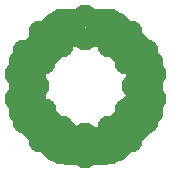
<source format=gbr>
%TF.GenerationSoftware,KiCad,Pcbnew,6.0.4-6f826c9f35~116~ubuntu18.04.1*%
%TF.CreationDate,2022-04-24T23:11:09+03:00*%
%TF.ProjectId,free_dry_electrodes_12_18,66726565-5f64-4727-995f-656c65637472,rev?*%
%TF.SameCoordinates,Original*%
%TF.FileFunction,Copper,L2,Bot*%
%TF.FilePolarity,Positive*%
%FSLAX46Y46*%
G04 Gerber Fmt 4.6, Leading zero omitted, Abs format (unit mm)*
G04 Created by KiCad (PCBNEW 6.0.4-6f826c9f35~116~ubuntu18.04.1) date 2022-04-24 23:11:09*
%MOMM*%
%LPD*%
G01*
G04 APERTURE LIST*
%TA.AperFunction,ComponentPad*%
%ADD10O,1.950000X1.950000*%
%TD*%
%TA.AperFunction,Conductor*%
%ADD11C,1.250000*%
%TD*%
G04 APERTURE END LIST*
D10*
%TO.P,REF5,1,Pin_1*%
%TO.N,Net-(REF26-Pad1)*%
X5910000Y1040000D03*
%TD*%
%TO.P,REF11,1,Pin_1*%
%TO.N,Net-(REF26-Pad1)*%
X-2050000Y-5630000D03*
%TD*%
%TO.P,REF21,1,Pin_1*%
%TO.N,Net-(REF26-Pad1)*%
X3460000Y2000000D03*
%TD*%
%TO.P,REF9,1,Pin_1*%
%TO.N,Net-(REF26-Pad1)*%
X2050000Y-5640000D03*
%TD*%
%TO.P,REF24,1,Pin_1*%
%TO.N,Net-(REF26-Pad1)*%
X2000000Y-3460000D03*
%TD*%
%TO.P,REF4,1,Pin_1*%
%TO.N,Net-(REF26-Pad1)*%
X5190000Y3000000D03*
%TD*%
%TO.P,REF3,1,Pin_1*%
%TO.N,Net-(REF26-Pad1)*%
X3860000Y4600000D03*
%TD*%
%TO.P,REF29,1,Pin_1*%
%TO.N,Net-(REF26-Pad1)*%
X-3470000Y2000000D03*
%TD*%
%TO.P,REF26,1,Pin_1*%
%TO.N,Net-(REF26-Pad1)*%
X-2000000Y-3460000D03*
%TD*%
%TO.P,REF2,1,Pin_1*%
%TO.N,Net-(REF26-Pad1)*%
X2050000Y5640000D03*
%TD*%
%TO.P,REF30,1,Pin_1*%
%TO.N,Net-(REF26-Pad1)*%
X-2000000Y3470000D03*
%TD*%
%TO.P,REF17,1,Pin_1*%
%TO.N,Net-(REF26-Pad1)*%
X-3860000Y4600000D03*
%TD*%
%TO.P,REF13,1,Pin_1*%
%TO.N,Net-(REF26-Pad1)*%
X-5200000Y-3000000D03*
%TD*%
%TO.P,REF12,1,Pin_1*%
%TO.N,Net-(REF26-Pad1)*%
X-3850000Y-4590000D03*
%TD*%
%TO.P,REF1,1,Pin_1*%
%TO.N,Net-(REF26-Pad1)*%
X0Y6000000D03*
%TD*%
%TO.P,REF7,1,Pin_1*%
%TO.N,Net-(REF26-Pad1)*%
X5200000Y-3000000D03*
%TD*%
%TO.P,REF16,1,Pin_1*%
%TO.N,Net-(REF26-Pad1)*%
X-5200000Y3000000D03*
%TD*%
%TO.P,REF10,1,Pin_1*%
%TO.N,Net-(REF26-Pad1)*%
X0Y-6000000D03*
%TD*%
%TO.P,REF23,1,Pin_1*%
%TO.N,Net-(REF26-Pad1)*%
X3460000Y-2000000D03*
%TD*%
%TO.P,REF22,1,Pin_1*%
%TO.N,Net-(REF26-Pad1)*%
X4000000Y0D03*
%TD*%
%TO.P,REF25,1,Pin_1*%
%TO.N,Net-(REF26-Pad1)*%
X0Y-4000000D03*
%TD*%
%TO.P,REF28,1,Pin_1*%
%TO.N,Net-(REF26-Pad1)*%
X-4000000Y0D03*
%TD*%
%TO.P,REF27,1,Pin_1*%
%TO.N,Net-(REF26-Pad1)*%
X-3460000Y-2000000D03*
%TD*%
%TO.P,REF14,1,Pin_1*%
%TO.N,Net-(REF26-Pad1)*%
X-5910000Y-1040000D03*
%TD*%
%TO.P,REF19,1,Pin_1*%
%TO.N,Net-(REF26-Pad1)*%
X0Y4000000D03*
%TD*%
%TO.P,REF15,1,Pin_1*%
%TO.N,Net-(REF26-Pad1)*%
X-5910000Y1040000D03*
%TD*%
%TO.P,REF18,1,Pin_1*%
%TO.N,Net-(REF26-Pad1)*%
X-2050000Y5640000D03*
%TD*%
%TO.P,REF20,1,Pin_1*%
%TO.N,Net-(REF26-Pad1)*%
X2000000Y3460000D03*
%TD*%
%TO.P,REF6,1,Pin_1*%
%TO.N,Net-(REF26-Pad1)*%
X5910000Y-1050000D03*
%TD*%
%TO.P,REF8,1,Pin_1*%
%TO.N,Net-(REF26-Pad1)*%
X3850000Y-4600000D03*
%TD*%
D11*
%TO.N,Net-(REF26-Pad1)*%
X4740000Y-3460000D02*
X5200000Y-3000000D01*
X-3860000Y4600000D02*
X-3860000Y4340000D01*
X2820000Y5640000D02*
X3860000Y4600000D01*
X-5910000Y1040000D02*
X-5910000Y2290000D01*
X2000000Y3460000D02*
X2000000Y5590000D01*
X1690000Y6000000D02*
X2050000Y5640000D01*
X-5200000Y-3240000D02*
X-3850000Y-4590000D01*
X-4000000Y1470000D02*
X-3470000Y2000000D01*
X3460000Y-2000000D02*
X3460000Y-1540000D01*
X-3470000Y2000000D02*
X-4950000Y2000000D01*
X5190000Y3000000D02*
X2460000Y3000000D01*
X-4200000Y-2000000D02*
X-5200000Y-3000000D01*
X-2050000Y3520000D02*
X-2000000Y3470000D01*
X0Y6000000D02*
X1690000Y6000000D01*
X2050000Y-5640000D02*
X1640000Y-5640000D01*
X0Y-5460000D02*
X2000000Y-3460000D01*
X-5200000Y-3000000D02*
X-5200000Y-3240000D01*
X5910000Y-1050000D02*
X5910000Y-2290000D01*
X-5910000Y1040000D02*
X-5910000Y-1040000D01*
X-2820000Y5640000D02*
X-3860000Y4600000D01*
X-3460000Y-2000000D02*
X-2000000Y-3460000D01*
X-4435000Y-1025000D02*
X-4435000Y1035000D01*
X-1470000Y4000000D02*
X-2000000Y3470000D01*
X-3860000Y4340000D02*
X-5200000Y3000000D01*
X2000000Y-5590000D02*
X2050000Y-5640000D01*
X3460000Y2000000D02*
X4950000Y2000000D01*
X2810000Y-5640000D02*
X3850000Y-4600000D01*
X4860000Y0D02*
X5910000Y-1050000D01*
X-5200000Y-1200000D02*
X-4000000Y0D01*
X3460000Y-4210000D02*
X3850000Y-4600000D01*
X0Y-6000000D02*
X-1680000Y-6000000D01*
X5200000Y-3250000D02*
X3850000Y-4600000D01*
X5190000Y3000000D02*
X5190000Y1190000D01*
X-5040000Y1040000D02*
X-4000000Y0D01*
X3460000Y-1540000D02*
X4000000Y-1000000D01*
X3460000Y-2000000D02*
X4960000Y-2000000D01*
X1640000Y-5640000D02*
X0Y-4000000D01*
X2000000Y5590000D02*
X2050000Y5640000D01*
X5200000Y-3000000D02*
X5200000Y-1200000D01*
X-5910000Y-1040000D02*
X-4420000Y-1040000D01*
X3850000Y-4600000D02*
X3140000Y-4600000D01*
X-2460000Y-3000000D02*
X-2000000Y-3460000D01*
X-2050000Y5640000D02*
X-1640000Y5640000D01*
X2000000Y3460000D02*
X2000000Y4000000D01*
X4000000Y1460000D02*
X3460000Y2000000D01*
X4000000Y0D02*
X4860000Y0D01*
X-5910000Y2290000D02*
X-5200000Y3000000D01*
X-2000000Y3470000D02*
X-2000000Y4000000D01*
X-4000000Y1470000D02*
X-2000000Y3470000D01*
X-1540000Y-3460000D02*
X-1000000Y-4000000D01*
X-4000000Y0D02*
X-4000000Y-1460000D01*
X-3850000Y-4590000D02*
X-590000Y-4590000D01*
X-3860000Y2390000D02*
X-3470000Y2000000D01*
X-2000000Y-3460000D02*
X-1540000Y-3460000D01*
X1460000Y-4000000D02*
X0Y-4000000D01*
X-2730000Y3470000D02*
X-3860000Y4600000D01*
X-5910000Y-2290000D02*
X-5200000Y-3000000D01*
X-590000Y-4590000D02*
X0Y-4000000D01*
X-3470000Y2000000D02*
X-1470000Y4000000D01*
X-4200000Y2000000D02*
X-5200000Y3000000D01*
X4000000Y-1460000D02*
X3460000Y-2000000D01*
X5910000Y1040000D02*
X5910000Y2280000D01*
X-4420000Y-1040000D02*
X-3460000Y-2000000D01*
X-3470000Y2000000D02*
X-3470000Y4220000D01*
X4000000Y1460000D02*
X2000000Y3460000D01*
X-2720000Y-3460000D02*
X-3850000Y-4590000D01*
X-2050000Y-5630000D02*
X-2810000Y-5630000D01*
X-4000000Y0D02*
X-4000000Y1470000D01*
X4000000Y0D02*
X4000000Y-1460000D01*
X2050000Y5640000D02*
X1640000Y5640000D01*
X-3470000Y2000000D02*
X-4200000Y2000000D01*
X-5910000Y1040000D02*
X-5040000Y1040000D01*
X-3860000Y4600000D02*
X-3860000Y2390000D01*
X-4000000Y-1460000D02*
X-3460000Y-2000000D01*
X3460000Y-2000000D02*
X4200000Y-2000000D01*
X-2000000Y3470000D02*
X-3470000Y2000000D01*
X1460000Y-4000000D02*
X2000000Y-3460000D01*
X0Y4000000D02*
X1460000Y4000000D01*
X2000000Y-3460000D02*
X3460000Y-2000000D01*
X-2000000Y-3460000D02*
X-2000000Y-4000000D01*
X2000000Y3460000D02*
X2720000Y3460000D01*
X4870000Y0D02*
X5910000Y1040000D01*
X5200000Y-1200000D02*
X4000000Y0D01*
X2000000Y-3460000D02*
X2000000Y-5590000D01*
X5910000Y-2290000D02*
X5200000Y-3000000D01*
X-2000000Y4000000D02*
X0Y6000000D01*
X-1680000Y-6000000D02*
X-2050000Y-5630000D01*
X-2050000Y-3510000D02*
X-2000000Y-3460000D01*
X-5200000Y1200000D02*
X-4000000Y0D01*
X1690000Y-6000000D02*
X2050000Y-5640000D01*
X-3470000Y4220000D02*
X-2050000Y5640000D01*
X4950000Y2000000D02*
X5910000Y1040000D01*
X1460000Y4000000D02*
X2000000Y3460000D01*
X-4950000Y2000000D02*
X-5910000Y1040000D01*
X3460000Y-2000000D02*
X3460000Y-4210000D01*
X4000000Y0D02*
X4000000Y1460000D01*
X0Y6000000D02*
X-1690000Y6000000D01*
X-2810000Y-5630000D02*
X-3850000Y-4590000D01*
X3140000Y-4600000D02*
X2000000Y-3460000D01*
X3460000Y2000000D02*
X3460000Y4200000D01*
X5190000Y1190000D02*
X4000000Y0D01*
X4200000Y-2000000D02*
X5200000Y-3000000D01*
X-2050000Y-3410000D02*
X-3460000Y-2000000D01*
X-5200000Y3000000D02*
X-5200000Y1200000D01*
X-2050000Y-5630000D02*
X-2050000Y-3510000D01*
X-1640000Y5640000D02*
X0Y4000000D01*
X3460000Y-2000000D02*
X1460000Y-4000000D01*
X-4435000Y1035000D02*
X-3470000Y2000000D01*
X5190000Y3270000D02*
X3860000Y4600000D01*
X3460000Y2000000D02*
X2000000Y3460000D01*
X3460000Y4200000D02*
X3860000Y4600000D01*
X-2050000Y5640000D02*
X-2820000Y5640000D01*
X5910000Y-1050000D02*
X5910000Y1040000D01*
X-5200000Y-3000000D02*
X-5200000Y-1200000D01*
X-5910000Y-1040000D02*
X-5910000Y-2290000D01*
X5910000Y2280000D02*
X5190000Y3000000D01*
X-2050000Y5640000D02*
X-2050000Y3520000D01*
X-1470000Y4000000D02*
X0Y4000000D01*
X-1460000Y-4000000D02*
X0Y-4000000D01*
X0Y-6000000D02*
X0Y-5460000D01*
X5190000Y3000000D02*
X5190000Y3270000D01*
X-2050000Y-5630000D02*
X-2050000Y-3410000D01*
X3860000Y4600000D02*
X600000Y4600000D01*
X4960000Y-2000000D02*
X5910000Y-1050000D01*
X2720000Y3460000D02*
X3860000Y4600000D01*
X1640000Y5640000D02*
X0Y4000000D01*
X-3460000Y-2000000D02*
X-4435000Y-1025000D01*
X-2000000Y-4000000D02*
X0Y-6000000D01*
X4000000Y0D02*
X4870000Y0D01*
X-5200000Y-3000000D02*
X-2460000Y-3000000D01*
X5200000Y-3000000D02*
X5200000Y-3250000D01*
X2000000Y4000000D02*
X0Y6000000D01*
X2050000Y-5640000D02*
X2810000Y-5640000D01*
X-1690000Y6000000D02*
X-2050000Y5640000D01*
X600000Y4600000D02*
X0Y4000000D01*
X0Y-6000000D02*
X1690000Y-6000000D01*
X-3460000Y-2000000D02*
X-4200000Y-2000000D01*
X2050000Y5640000D02*
X2820000Y5640000D01*
X-2000000Y-3460000D02*
X-1460000Y-4000000D01*
X-4000000Y0D02*
X-4870000Y0D01*
X0Y-5460000D02*
X-2000000Y-3460000D01*
X2000000Y-3460000D02*
X4740000Y-3460000D01*
X2460000Y3000000D02*
X2000000Y3460000D01*
X-2000000Y-3460000D02*
X-2720000Y-3460000D01*
X-4870000Y0D02*
X-5910000Y-1040000D01*
X-2000000Y3470000D02*
X-2730000Y3470000D01*
%TD*%
M02*

</source>
